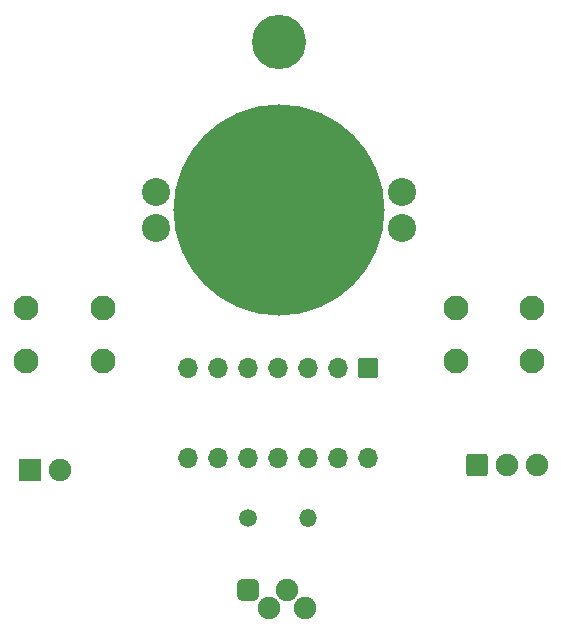
<source format=gbs>
G04 #@! TF.GenerationSoftware,KiCad,Pcbnew,(6.0.0)*
G04 #@! TF.CreationDate,2022-03-25T14:06:01-05:00*
G04 #@! TF.ProjectId,gencyber-badge-22_2,67656e63-7962-4657-922d-62616467652d,rev?*
G04 #@! TF.SameCoordinates,Original*
G04 #@! TF.FileFunction,Soldermask,Bot*
G04 #@! TF.FilePolarity,Negative*
%FSLAX46Y46*%
G04 Gerber Fmt 4.6, Leading zero omitted, Abs format (unit mm)*
G04 Created by KiCad (PCBNEW (6.0.0)) date 2022-03-25 14:06:01*
%MOMM*%
%LPD*%
G01*
G04 APERTURE LIST*
G04 Aperture macros list*
%AMRoundRect*
0 Rectangle with rounded corners*
0 $1 Rounding radius*
0 $2 $3 $4 $5 $6 $7 $8 $9 X,Y pos of 4 corners*
0 Add a 4 corners polygon primitive as box body*
4,1,4,$2,$3,$4,$5,$6,$7,$8,$9,$2,$3,0*
0 Add four circle primitives for the rounded corners*
1,1,$1+$1,$2,$3*
1,1,$1+$1,$4,$5*
1,1,$1+$1,$6,$7*
1,1,$1+$1,$8,$9*
0 Add four rect primitives between the rounded corners*
20,1,$1+$1,$2,$3,$4,$5,0*
20,1,$1+$1,$4,$5,$6,$7,0*
20,1,$1+$1,$6,$7,$8,$9,0*
20,1,$1+$1,$8,$9,$2,$3,0*%
G04 Aperture macros list end*
%ADD10C,2.100000*%
%ADD11C,4.600000*%
%ADD12RoundRect,0.300200X-0.649800X-0.649800X0.649800X-0.649800X0.649800X0.649800X-0.649800X0.649800X0*%
%ADD13C,1.900000*%
%ADD14RoundRect,0.050000X0.900000X0.900000X-0.900000X0.900000X-0.900000X-0.900000X0.900000X-0.900000X0*%
%ADD15RoundRect,0.050000X-0.800000X0.800000X-0.800000X-0.800000X0.800000X-0.800000X0.800000X0.800000X0*%
%ADD16O,1.700000X1.700000*%
%ADD17RoundRect,0.500000X-0.450000X-0.450000X0.450000X-0.450000X0.450000X0.450000X-0.450000X0.450000X0*%
%ADD18C,1.500000*%
%ADD19O,1.500000X1.500000*%
%ADD20C,2.386000*%
%ADD21C,17.880000*%
G04 APERTURE END LIST*
D10*
X136050000Y-88550000D03*
X129550000Y-88550000D03*
X136050000Y-93050000D03*
X129550000Y-93050000D03*
D11*
X151000000Y-66100000D03*
D12*
X167760000Y-101875000D03*
D13*
X170300000Y-101875000D03*
X172840000Y-101875000D03*
D14*
X129910000Y-102300000D03*
D13*
X132450000Y-102300000D03*
D15*
X158560000Y-93700000D03*
D16*
X156020000Y-93700000D03*
X153480000Y-93700000D03*
X150940000Y-93700000D03*
X148400000Y-93700000D03*
X145860000Y-93700000D03*
X143320000Y-93700000D03*
X143320000Y-101320000D03*
X145860000Y-101320000D03*
X148400000Y-101320000D03*
X150940000Y-101320000D03*
X153480000Y-101320000D03*
X156020000Y-101320000D03*
X158560000Y-101320000D03*
D17*
X148390000Y-112440000D03*
D13*
X150168000Y-113964000D03*
X151692000Y-112440000D03*
X153216000Y-113964000D03*
D10*
X172450000Y-88550000D03*
X165950000Y-88550000D03*
X172450000Y-93050000D03*
X165950000Y-93050000D03*
D18*
X148360000Y-106380000D03*
D19*
X153440000Y-106380000D03*
D20*
X161414000Y-78776000D03*
X161414000Y-81824000D03*
X140586000Y-81824000D03*
X140586000Y-78776000D03*
D21*
X151000000Y-80300000D03*
M02*

</source>
